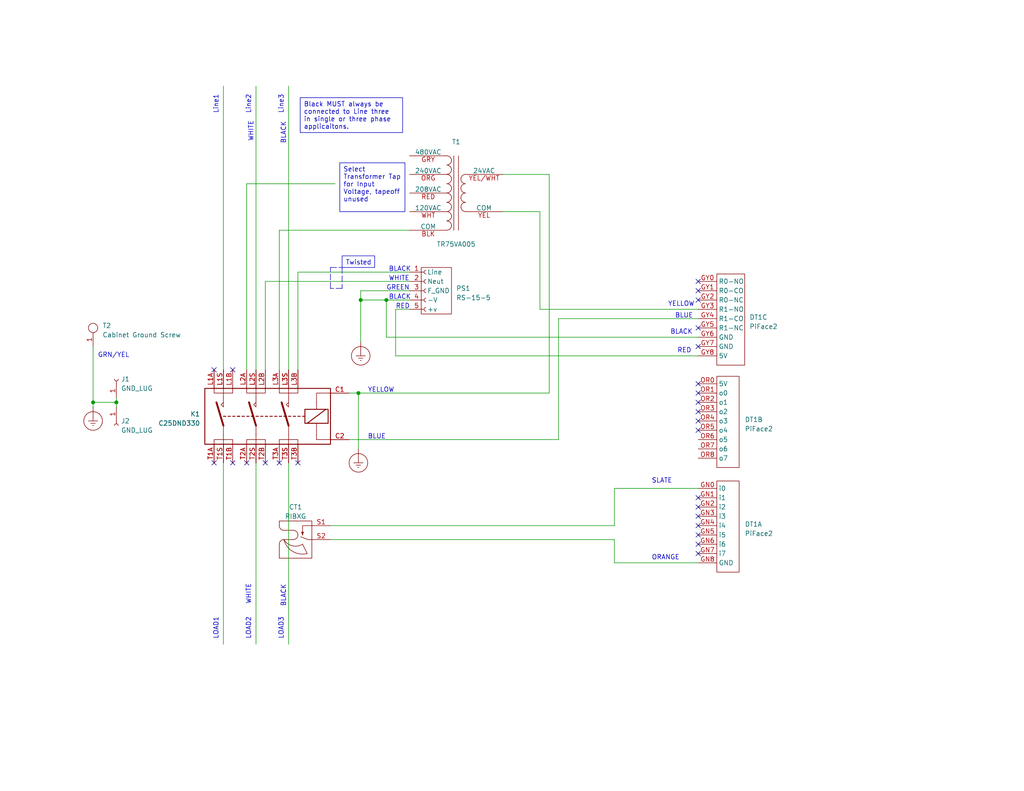
<source format=kicad_sch>
(kicad_sch (version 20230121) (generator eeschema)

  (uuid 7d631f0d-cbe6-4d6d-a8d3-2ee14f65e9f4)

  (paper "A")

  (title_block
    (title "RFID Interlock Legacy Variant B (2023)")
    (date "2023-07-25")
    (rev "0v1b")
    (company "Dallas Makerspace")
    (comment 1 "OZINDFW dms@ozindfw.net")
  )

  (lib_symbols
    (symbol "Connector:Conn_01x01_Socket" (pin_names (offset 1.016) hide) (in_bom yes) (on_board yes)
      (property "Reference" "J" (at 0 2.54 0)
        (effects (font (size 1.27 1.27)))
      )
      (property "Value" "Conn_01x01_Socket" (at 0 -2.54 0)
        (effects (font (size 1.27 1.27)))
      )
      (property "Footprint" "" (at 0 0 0)
        (effects (font (size 1.27 1.27)) hide)
      )
      (property "Datasheet" "~" (at 0 0 0)
        (effects (font (size 1.27 1.27)) hide)
      )
      (property "ki_locked" "" (at 0 0 0)
        (effects (font (size 1.27 1.27)))
      )
      (property "ki_keywords" "connector" (at 0 0 0)
        (effects (font (size 1.27 1.27)) hide)
      )
      (property "ki_description" "Generic connector, single row, 01x01, script generated" (at 0 0 0)
        (effects (font (size 1.27 1.27)) hide)
      )
      (property "ki_fp_filters" "Connector*:*_1x??_*" (at 0 0 0)
        (effects (font (size 1.27 1.27)) hide)
      )
      (symbol "Conn_01x01_Socket_1_1"
        (polyline
          (pts
            (xy -1.27 0)
            (xy -0.508 0)
          )
          (stroke (width 0.1524) (type default))
          (fill (type none))
        )
        (arc (start 0 0.508) (mid -0.5058 0) (end 0 -0.508)
          (stroke (width 0.1524) (type default))
          (fill (type none))
        )
        (pin passive line (at -5.08 0 0) (length 3.81)
          (name "Pin_1" (effects (font (size 1.27 1.27))))
          (number "1" (effects (font (size 1.27 1.27))))
        )
      )
    )
    (symbol "PiFace2_1" (in_bom yes) (on_board yes)
      (property "Reference" "DT" (at 1.27 16.51 0)
        (effects (font (size 1.27 1.27)))
      )
      (property "Value" "PiFace2" (at 3.81 13.97 0)
        (effects (font (size 1.27 1.27)))
      )
      (property "Footprint" "" (at 6.096 6.858 0)
        (effects (font (size 1.27 1.27)) hide)
      )
      (property "Datasheet" "" (at 6.096 6.858 0)
        (effects (font (size 1.27 1.27)) hide)
      )
      (property "ki_locked" "" (at 0 0 0)
        (effects (font (size 1.27 1.27)))
      )
      (symbol "PiFace2_1_1_1"
        (rectangle (start 0 12.192) (end 6.096 -12.7)
          (stroke (width 0) (type default))
          (fill (type none))
        )
        (pin input line (at -5.08 10.16 0) (length 5.08)
          (name "i0" (effects (font (size 1.27 1.27))))
          (number "GN0" (effects (font (size 1.27 1.27))))
        )
        (pin input line (at -5.08 7.62 0) (length 5.08)
          (name "i1" (effects (font (size 1.27 1.27))))
          (number "GN1" (effects (font (size 1.27 1.27))))
        )
        (pin input line (at -5.08 5.08 0) (length 5.08)
          (name "i2" (effects (font (size 1.27 1.27))))
          (number "GN2" (effects (font (size 1.27 1.27))))
        )
        (pin input line (at -5.08 2.54 0) (length 5.08)
          (name "i3" (effects (font (size 1.27 1.27))))
          (number "GN3" (effects (font (size 1.27 1.27))))
        )
        (pin input line (at -5.08 0 0) (length 5.08)
          (name "i4" (effects (font (size 1.27 1.27))))
          (number "GN4" (effects (font (size 1.27 1.27))))
        )
        (pin input line (at -5.08 -2.54 0) (length 5.08)
          (name "i5" (effects (font (size 1.27 1.27))))
          (number "GN5" (effects (font (size 1.27 1.27))))
        )
        (pin input line (at -5.08 -5.08 0) (length 5.08)
          (name "i6" (effects (font (size 1.27 1.27))))
          (number "GN6" (effects (font (size 1.27 1.27))))
        )
        (pin input line (at -5.08 -7.62 0) (length 5.08)
          (name "i7" (effects (font (size 1.27 1.27))))
          (number "GN7" (effects (font (size 1.27 1.27))))
        )
        (pin passive line (at -5.08 -10.16 0) (length 5.08)
          (name "GND" (effects (font (size 1.27 1.27))))
          (number "GN8" (effects (font (size 1.27 1.27))))
        )
      )
      (symbol "PiFace2_1_2_1"
        (rectangle (start 0 12.192) (end 6.096 -12.7)
          (stroke (width 0) (type default))
          (fill (type none))
        )
        (pin passive line (at -5.08 10.16 0) (length 5.08)
          (name "5V" (effects (font (size 1.27 1.27))))
          (number "OR0" (effects (font (size 1.27 1.27))))
        )
        (pin output line (at -5.08 7.62 0) (length 5.08)
          (name "o0" (effects (font (size 1.27 1.27))))
          (number "OR1" (effects (font (size 1.27 1.27))))
        )
        (pin output line (at -5.08 5.08 0) (length 5.08)
          (name "o1" (effects (font (size 1.27 1.27))))
          (number "OR2" (effects (font (size 1.27 1.27))))
        )
        (pin output line (at -5.08 2.54 0) (length 5.08)
          (name "o2" (effects (font (size 1.27 1.27))))
          (number "OR3" (effects (font (size 1.27 1.27))))
        )
        (pin output line (at -5.08 0 0) (length 5.08)
          (name "o3" (effects (font (size 1.27 1.27))))
          (number "OR4" (effects (font (size 1.27 1.27))))
        )
        (pin output line (at -5.08 -2.54 0) (length 5.08)
          (name "o4" (effects (font (size 1.27 1.27))))
          (number "OR5" (effects (font (size 1.27 1.27))))
        )
        (pin output line (at -5.08 -5.08 0) (length 5.08)
          (name "o5" (effects (font (size 1.27 1.27))))
          (number "OR6" (effects (font (size 1.27 1.27))))
        )
        (pin output line (at -5.08 -7.62 0) (length 5.08)
          (name "o6" (effects (font (size 1.27 1.27))))
          (number "OR7" (effects (font (size 1.27 1.27))))
        )
        (pin output line (at -5.08 -10.16 0) (length 5.08)
          (name "o7" (effects (font (size 1.27 1.27))))
          (number "OR8" (effects (font (size 1.27 1.27))))
        )
      )
      (symbol "PiFace2_1_3_1"
        (rectangle (start 0 12.192) (end 7.62 -12.7)
          (stroke (width 0) (type default))
          (fill (type none))
        )
        (pin passive line (at -5.08 10.16 0) (length 5.08)
          (name "R0-NO" (effects (font (size 1.27 1.27))))
          (number "GY0" (effects (font (size 1.27 1.27))))
        )
        (pin passive line (at -5.08 7.62 0) (length 5.08)
          (name "R0-CO" (effects (font (size 1.27 1.27))))
          (number "GY1" (effects (font (size 1.27 1.27))))
        )
        (pin passive line (at -5.08 5.08 0) (length 5.08)
          (name "R0-NC" (effects (font (size 1.27 1.27))))
          (number "GY2" (effects (font (size 1.27 1.27))))
        )
        (pin passive line (at -5.08 2.54 0) (length 5.08)
          (name "R1-NO" (effects (font (size 1.27 1.27))))
          (number "GY3" (effects (font (size 1.27 1.27))))
        )
        (pin passive line (at -5.08 0 0) (length 5.08)
          (name "R1-CO" (effects (font (size 1.27 1.27))))
          (number "GY4" (effects (font (size 1.27 1.27))))
        )
        (pin passive line (at -5.08 -2.54 0) (length 5.08)
          (name "R1-NC" (effects (font (size 1.27 1.27))))
          (number "GY5" (effects (font (size 1.27 1.27))))
        )
        (pin passive line (at -5.08 -5.08 0) (length 5.08)
          (name "GND" (effects (font (size 1.27 1.27))))
          (number "GY6" (effects (font (size 1.27 1.27))))
        )
        (pin passive line (at -5.08 -7.62 0) (length 5.08)
          (name "GND" (effects (font (size 1.27 1.27))))
          (number "GY7" (effects (font (size 1.27 1.27))))
        )
        (pin passive line (at -5.08 -10.16 0) (length 5.08)
          (name "5V" (effects (font (size 1.27 1.27))))
          (number "GY8" (effects (font (size 1.27 1.27))))
        )
      )
    )
    (symbol "oz:Eaton_Contactor" (in_bom yes) (on_board yes)
      (property "Reference" "K" (at 13.97 13.97 0)
        (effects (font (size 1.27 1.27)) (justify left))
      )
      (property "Value" "Eaton_Contactor" (at 13.97 11.43 0)
        (effects (font (size 1.27 1.27)) (justify left))
      )
      (property "Footprint" "" (at -5.08 -1.27 0)
        (effects (font (size 1.27 1.27)) (justify left) hide)
      )
      (property "Datasheet" "" (at 8.255 0 0)
        (effects (font (size 1.27 1.27)) hide)
      )
      (property "ki_keywords" "contactor three pole" (at 0 0 0)
        (effects (font (size 1.27 1.27)) hide)
      )
      (property "ki_description" "3PST Contactor" (at 0 0 0)
        (effects (font (size 1.27 1.27)) hide)
      )
      (property "ki_fp_filters" "Relay*SPST*StandexMeder*MS*Form1AB*" (at 0 0 0)
        (effects (font (size 1.27 1.27)) hide)
      )
      (symbol "Eaton_Contactor_0_0"
        (polyline
          (pts
            (xy -8.89 5.08)
            (xy -8.89 2.54)
            (xy -9.525 3.175)
            (xy -8.89 3.81)
          )
          (stroke (width 0) (type default))
          (fill (type none))
        )
        (polyline
          (pts
            (xy 0 5.08)
            (xy 0 2.54)
            (xy -0.635 3.175)
            (xy 0 3.81)
          )
          (stroke (width 0) (type default))
          (fill (type none))
        )
        (polyline
          (pts
            (xy 8.89 5.08)
            (xy 8.89 2.54)
            (xy 8.255 3.175)
            (xy 8.89 3.81)
          )
          (stroke (width 0) (type default))
          (fill (type none))
        )
      )
      (symbol "Eaton_Contactor_0_1"
        (rectangle (start -13.97 7.62) (end 20.32 -7.62)
          (stroke (width 0.254) (type default))
          (fill (type none))
        )
        (polyline
          (pts
            (xy -8.89 -5.08)
            (xy -8.89 -7.62)
          )
          (stroke (width 0) (type default))
          (fill (type none))
        )
        (polyline
          (pts
            (xy -8.89 -2.54)
            (xy -10.795 3.81)
          )
          (stroke (width 0.508) (type default))
          (fill (type none))
        )
        (polyline
          (pts
            (xy -8.89 -2.54)
            (xy -8.89 -5.08)
          )
          (stroke (width 0) (type default))
          (fill (type none))
        )
        (polyline
          (pts
            (xy -8.89 0)
            (xy -8.255 0)
          )
          (stroke (width 0.254) (type default))
          (fill (type none))
        )
        (polyline
          (pts
            (xy -8.89 7.62)
            (xy -8.89 5.08)
          )
          (stroke (width 0) (type default))
          (fill (type none))
        )
        (polyline
          (pts
            (xy -7.62 0)
            (xy -6.985 0)
          )
          (stroke (width 0.254) (type default))
          (fill (type none))
        )
        (polyline
          (pts
            (xy -6.35 0)
            (xy -5.715 0)
          )
          (stroke (width 0.254) (type default))
          (fill (type none))
        )
        (polyline
          (pts
            (xy -5.08 0)
            (xy -4.445 0)
          )
          (stroke (width 0.254) (type default))
          (fill (type none))
        )
        (polyline
          (pts
            (xy -5.08 0)
            (xy -4.445 0)
          )
          (stroke (width 0.254) (type default))
          (fill (type none))
        )
        (polyline
          (pts
            (xy -3.81 0)
            (xy -3.175 0)
          )
          (stroke (width 0.254) (type default))
          (fill (type none))
        )
        (polyline
          (pts
            (xy -2.54 0)
            (xy -1.905 0)
          )
          (stroke (width 0.254) (type default))
          (fill (type none))
        )
        (polyline
          (pts
            (xy -1.27 0)
            (xy -0.635 0)
          )
          (stroke (width 0.254) (type default))
          (fill (type none))
        )
        (polyline
          (pts
            (xy -1.27 0)
            (xy -0.635 0)
          )
          (stroke (width 0.254) (type default))
          (fill (type none))
        )
        (polyline
          (pts
            (xy 0 -5.08)
            (xy 0 -7.62)
          )
          (stroke (width 0) (type default))
          (fill (type none))
        )
        (polyline
          (pts
            (xy 0 -2.54)
            (xy -1.905 3.81)
          )
          (stroke (width 0.508) (type default))
          (fill (type none))
        )
        (polyline
          (pts
            (xy 0 -2.54)
            (xy 0 -5.08)
          )
          (stroke (width 0) (type default))
          (fill (type none))
        )
        (polyline
          (pts
            (xy 0 0)
            (xy 0.635 0)
          )
          (stroke (width 0.254) (type default))
          (fill (type none))
        )
        (polyline
          (pts
            (xy 0 7.62)
            (xy 0 5.08)
          )
          (stroke (width 0) (type default))
          (fill (type none))
        )
        (polyline
          (pts
            (xy 1.27 0)
            (xy 1.905 0)
          )
          (stroke (width 0.254) (type default))
          (fill (type none))
        )
        (polyline
          (pts
            (xy 2.54 0)
            (xy 3.175 0)
          )
          (stroke (width 0.254) (type default))
          (fill (type none))
        )
        (polyline
          (pts
            (xy 3.81 0)
            (xy 4.445 0)
          )
          (stroke (width 0.254) (type default))
          (fill (type none))
        )
        (polyline
          (pts
            (xy 5.08 0)
            (xy 5.715 0)
          )
          (stroke (width 0.254) (type default))
          (fill (type none))
        )
        (polyline
          (pts
            (xy 6.35 0)
            (xy 6.985 0)
          )
          (stroke (width 0.254) (type default))
          (fill (type none))
        )
        (polyline
          (pts
            (xy 7.62 0)
            (xy 8.255 0)
          )
          (stroke (width 0.254) (type default))
          (fill (type none))
        )
        (polyline
          (pts
            (xy 7.62 0)
            (xy 8.255 0)
          )
          (stroke (width 0.254) (type default))
          (fill (type none))
        )
        (polyline
          (pts
            (xy 8.89 -5.08)
            (xy 8.89 -7.62)
          )
          (stroke (width 0) (type default))
          (fill (type none))
        )
        (polyline
          (pts
            (xy 8.89 -2.54)
            (xy 6.985 3.81)
          )
          (stroke (width 0.508) (type default))
          (fill (type none))
        )
        (polyline
          (pts
            (xy 8.89 -2.54)
            (xy 8.89 -5.08)
          )
          (stroke (width 0) (type default))
          (fill (type none))
        )
        (polyline
          (pts
            (xy 8.89 0)
            (xy 9.525 0)
          )
          (stroke (width 0.254) (type default))
          (fill (type none))
        )
        (polyline
          (pts
            (xy 8.89 7.62)
            (xy 8.89 5.08)
          )
          (stroke (width 0) (type default))
          (fill (type none))
        )
        (polyline
          (pts
            (xy 10.16 0)
            (xy 10.795 0)
          )
          (stroke (width 0.254) (type default))
          (fill (type none))
        )
        (polyline
          (pts
            (xy 11.43 0)
            (xy 12.065 0)
          )
          (stroke (width 0.254) (type default))
          (fill (type none))
        )
        (polyline
          (pts
            (xy 12.7 0)
            (xy 13.335 0)
          )
          (stroke (width 0.254) (type default))
          (fill (type none))
        )
        (polyline
          (pts
            (xy 13.97 -1.905)
            (xy 19.05 1.905)
          )
          (stroke (width 0.254) (type default))
          (fill (type none))
        )
        (polyline
          (pts
            (xy 16.51 -6.35)
            (xy 20.32 -6.35)
          )
          (stroke (width 0) (type default))
          (fill (type none))
        )
        (polyline
          (pts
            (xy 16.51 -5.08)
            (xy 16.51 -6.35)
          )
          (stroke (width 0) (type default))
          (fill (type none))
        )
        (polyline
          (pts
            (xy 16.51 -5.08)
            (xy 16.51 -1.905)
          )
          (stroke (width 0) (type default))
          (fill (type none))
        )
        (polyline
          (pts
            (xy 16.51 3.81)
            (xy 16.51 1.905)
          )
          (stroke (width 0) (type default))
          (fill (type none))
        )
        (polyline
          (pts
            (xy 20.32 6.35)
            (xy 16.51 6.35)
            (xy 16.51 3.81)
          )
          (stroke (width 0) (type default))
          (fill (type none))
        )
        (polyline
          (pts
            (xy -11.43 -7.62)
            (xy -11.43 -6.35)
            (xy -6.35 -6.35)
            (xy -6.35 -7.62)
          )
          (stroke (width 0) (type default))
          (fill (type none))
        )
        (polyline
          (pts
            (xy -11.43 7.62)
            (xy -11.43 6.35)
            (xy -6.35 6.35)
            (xy -6.35 7.62)
          )
          (stroke (width 0) (type default))
          (fill (type none))
        )
        (polyline
          (pts
            (xy -2.54 -7.62)
            (xy -2.54 -6.35)
            (xy 2.54 -6.35)
            (xy 2.54 -7.62)
          )
          (stroke (width 0) (type default))
          (fill (type none))
        )
        (polyline
          (pts
            (xy -2.54 7.62)
            (xy -2.54 6.35)
            (xy 2.54 6.35)
            (xy 2.54 7.62)
          )
          (stroke (width 0) (type default))
          (fill (type none))
        )
        (polyline
          (pts
            (xy 6.35 -7.62)
            (xy 6.35 -6.35)
            (xy 11.43 -6.35)
            (xy 11.43 -7.62)
          )
          (stroke (width 0) (type default))
          (fill (type none))
        )
        (polyline
          (pts
            (xy 6.35 7.62)
            (xy 6.35 6.35)
            (xy 11.43 6.35)
            (xy 11.43 7.62)
          )
          (stroke (width 0) (type default))
          (fill (type none))
        )
        (rectangle (start 13.335 1.905) (end 19.685 -1.905)
          (stroke (width 0.254) (type default))
          (fill (type none))
        )
      )
      (symbol "Eaton_Contactor_1_1"
        (pin passive line (at 25.4 6.35 180) (length 5.08)
          (name "~" (effects (font (size 1.27 1.27))))
          (number "C1" (effects (font (size 1.27 1.27))))
        )
        (pin passive line (at 25.4 -6.35 180) (length 5.08)
          (name "~" (effects (font (size 1.27 1.27))))
          (number "C2" (effects (font (size 1.27 1.27))))
        )
        (pin passive line (at -11.43 12.7 270) (length 5.08)
          (name "~" (effects (font (size 1.27 1.27))))
          (number "L1A" (effects (font (size 1.27 1.27))))
        )
        (pin passive line (at -6.35 12.7 270) (length 5.08)
          (name "~" (effects (font (size 1.27 1.27))))
          (number "L1B" (effects (font (size 1.27 1.27))))
        )
        (pin passive line (at -8.89 12.7 270) (length 5.08)
          (name "" (effects (font (size 1.27 1.27))))
          (number "L1S" (effects (font (size 1.27 1.27))))
        )
        (pin passive line (at -2.54 12.7 270) (length 5.08)
          (name "~" (effects (font (size 1.27 1.27))))
          (number "L2A" (effects (font (size 1.27 1.27))))
        )
        (pin passive line (at 2.54 12.7 270) (length 5.08)
          (name "~" (effects (font (size 1.27 1.27))))
          (number "L2B" (effects (font (size 1.27 1.27))))
        )
        (pin passive line (at 0 12.7 270) (length 5.08)
          (name "" (effects (font (size 1.27 1.27))))
          (number "L2S" (effects (font (size 1.27 1.27))))
        )
        (pin passive line (at 6.35 12.7 270) (length 5.08)
          (name "~" (effects (font (size 1.27 1.27))))
          (number "L3A" (effects (font (size 1.27 1.27))))
        )
        (pin passive line (at 11.43 12.7 270) (length 5.08)
          (name "~" (effects (font (size 1.27 1.27))))
          (number "L3B" (effects (font (size 1.27 1.27))))
        )
        (pin passive line (at 8.89 12.7 270) (length 5.08)
          (name "" (effects (font (size 1.27 1.27))))
          (number "L3S" (effects (font (size 1.27 1.27))))
        )
        (pin passive line (at -11.43 -12.7 90) (length 5.08)
          (name "~" (effects (font (size 1.27 1.27))))
          (number "T1A" (effects (font (size 1.27 1.27))))
        )
        (pin passive line (at -6.35 -12.7 90) (length 5.08)
          (name "~" (effects (font (size 1.27 1.27))))
          (number "T1B" (effects (font (size 1.27 1.27))))
        )
        (pin passive line (at -8.89 -12.7 90) (length 5.08)
          (name "" (effects (font (size 1.27 1.27))))
          (number "T1S" (effects (font (size 1.27 1.27))))
        )
        (pin passive line (at -2.54 -12.7 90) (length 5.08)
          (name "~" (effects (font (size 1.27 1.27))))
          (number "T2A" (effects (font (size 1.27 1.27))))
        )
        (pin passive line (at 2.54 -12.7 90) (length 5.08)
          (name "~" (effects (font (size 1.27 1.27))))
          (number "T2B" (effects (font (size 1.27 1.27))))
        )
        (pin passive line (at 0 -12.7 90) (length 5.08)
          (name "" (effects (font (size 1.27 1.27))))
          (number "T2S" (effects (font (size 1.27 1.27))))
        )
        (pin passive line (at 6.35 -12.7 90) (length 5.08)
          (name "~" (effects (font (size 1.27 1.27))))
          (number "T3A" (effects (font (size 1.27 1.27))))
        )
        (pin passive line (at 11.43 -12.7 90) (length 5.08)
          (name "~" (effects (font (size 1.27 1.27))))
          (number "T3B" (effects (font (size 1.27 1.27))))
        )
        (pin passive line (at 8.89 -12.7 90) (length 5.08)
          (name "" (effects (font (size 1.27 1.27))))
          (number "T3S" (effects (font (size 1.27 1.27))))
        )
      )
    )
    (symbol "oz:PiFace2" (in_bom yes) (on_board yes)
      (property "Reference" "DT" (at 1.27 16.51 0)
        (effects (font (size 1.27 1.27)))
      )
      (property "Value" "PiFace2" (at 3.81 13.97 0)
        (effects (font (size 1.27 1.27)))
      )
      (property "Footprint" "" (at 6.096 6.858 0)
        (effects (font (size 1.27 1.27)) hide)
      )
      (property "Datasheet" "" (at 6.096 6.858 0)
        (effects (font (size 1.27 1.27)) hide)
      )
      (property "ki_locked" "" (at 0 0 0)
        (effects (font (size 1.27 1.27)))
      )
      (symbol "PiFace2_1_1"
        (rectangle (start 0 12.192) (end 6.096 -12.7)
          (stroke (width 0) (type default))
          (fill (type none))
        )
        (pin passive line (at -5.08 9.906 0) (length 5.08)
          (name "i0" (effects (font (size 1.27 1.27))))
          (number "GN0" (effects (font (size 1.27 1.27))))
        )
        (pin input line (at -5.08 7.62 0) (length 5.08)
          (name "i1" (effects (font (size 1.27 1.27))))
          (number "GN1" (effects (font (size 1.27 1.27))))
        )
        (pin input line (at -5.08 5.08 0) (length 5.08)
          (name "i2" (effects (font (size 1.27 1.27))))
          (number "GN2" (effects (font (size 1.27 1.27))))
        )
        (pin input line (at -5.08 2.54 0) (length 5.08)
          (name "i3" (effects (font (size 1.27 1.27))))
          (number "GN3" (effects (font (size 1.27 1.27))))
        )
        (pin input line (at -5.08 0 0) (length 5.08)
          (name "i4" (effects (font (size 1.27 1.27))))
          (number "GN4" (effects (font (size 1.27 1.27))))
        )
        (pin input line (at -5.08 -2.54 0) (length 5.08)
          (name "i5" (effects (font (size 1.27 1.27))))
          (number "GN5" (effects (font (size 1.27 1.27))))
        )
        (pin input line (at -5.08 -5.08 0) (length 5.08)
          (name "i6" (effects (font (size 1.27 1.27))))
          (number "GN6" (effects (font (size 1.27 1.27))))
        )
        (pin input line (at -5.08 -7.62 0) (length 5.08)
          (name "i7" (effects (font (size 1.27 1.27))))
          (number "GN7" (effects (font (size 1.27 1.27))))
        )
        (pin passive line (at -5.08 -10.16 0) (length 5.08)
          (name "GND" (effects (font (size 1.27 1.27))))
          (number "GN8" (effects (font (size 1.27 1.27))))
        )
      )
      (symbol "PiFace2_2_1"
        (rectangle (start 0 12.192) (end 6.096 -12.7)
          (stroke (width 0) (type default))
          (fill (type none))
        )
        (pin passive line (at -5.08 10.16 0) (length 5.08)
          (name "5V" (effects (font (size 1.27 1.27))))
          (number "OR0" (effects (font (size 1.27 1.27))))
        )
        (pin output line (at -5.08 7.62 0) (length 5.08)
          (name "o0" (effects (font (size 1.27 1.27))))
          (number "OR1" (effects (font (size 1.27 1.27))))
        )
        (pin output line (at -5.08 5.08 0) (length 5.08)
          (name "o1" (effects (font (size 1.27 1.27))))
          (number "OR2" (effects (font (size 1.27 1.27))))
        )
        (pin output line (at -5.08 2.54 0) (length 5.08)
          (name "o2" (effects (font (size 1.27 1.27))))
          (number "OR3" (effects (font (size 1.27 1.27))))
        )
        (pin output line (at -5.08 0 0) (length 5.08)
          (name "o3" (effects (font (size 1.27 1.27))))
          (number "OR4" (effects (font (size 1.27 1.27))))
        )
        (pin output line (at -5.08 -2.54 0) (length 5.08)
          (name "o4" (effects (font (size 1.27 1.27))))
          (number "OR5" (effects (font (size 1.27 1.27))))
        )
        (pin output line (at -5.08 -5.08 0) (length 5.08)
          (name "o5" (effects (font (size 1.27 1.27))))
          (number "OR6" (effects (font (size 1.27 1.27))))
        )
        (pin output line (at -5.08 -7.62 0) (length 5.08)
          (name "o6" (effects (font (size 1.27 1.27))))
          (number "OR7" (effects (font (size 1.27 1.27))))
        )
        (pin output line (at -5.08 -10.16 0) (length 5.08)
          (name "o7" (effects (font (size 1.27 1.27))))
          (number "OR8" (effects (font (size 1.27 1.27))))
        )
      )
      (symbol "PiFace2_3_1"
        (rectangle (start 0 12.192) (end 7.62 -12.7)
          (stroke (width 0) (type default))
          (fill (type none))
        )
        (pin passive line (at -5.08 10.16 0) (length 5.08)
          (name "R0-NO" (effects (font (size 1.27 1.27))))
          (number "GY0" (effects (font (size 1.27 1.27))))
        )
        (pin passive line (at -5.08 7.62 0) (length 5.08)
          (name "R0-CO" (effects (font (size 1.27 1.27))))
          (number "GY1" (effects (font (size 1.27 1.27))))
        )
        (pin passive line (at -5.08 5.08 0) (length 5.08)
          (name "R0-NC" (effects (font (size 1.27 1.27))))
          (number "GY2" (effects (font (size 1.27 1.27))))
        )
        (pin passive line (at -5.08 2.54 0) (length 5.08)
          (name "R1-NO" (effects (font (size 1.27 1.27))))
          (number "GY3" (effects (font (size 1.27 1.27))))
        )
        (pin passive line (at -5.08 0 0) (length 5.08)
          (name "R1-CO" (effects (font (size 1.27 1.27))))
          (number "GY4" (effects (font (size 1.27 1.27))))
        )
        (pin passive line (at -5.08 -2.54 0) (length 5.08)
          (name "R1-NC" (effects (font (size 1.27 1.27))))
          (number "GY5" (effects (font (size 1.27 1.27))))
        )
        (pin passive line (at -5.08 -5.08 0) (length 5.08)
          (name "GND" (effects (font (size 1.27 1.27))))
          (number "GY6" (effects (font (size 1.27 1.27))))
        )
        (pin passive line (at -5.08 -7.62 0) (length 5.08)
          (name "GND" (effects (font (size 1.27 1.27))))
          (number "GY7" (effects (font (size 1.27 1.27))))
        )
        (pin passive line (at -5.08 -10.16 0) (length 5.08)
          (name "5V" (effects (font (size 1.27 1.27))))
          (number "GY8" (effects (font (size 1.27 1.27))))
        )
      )
    )
    (symbol "oz:RIBXG" (in_bom yes) (on_board yes)
      (property "Reference" "CT" (at -3.302 6.35 0)
        (effects (font (size 1.27 1.27)))
      )
      (property "Value" "RIBXG" (at -2.032 -6.35 0)
        (effects (font (size 1.27 1.27)))
      )
      (property "Footprint" "" (at 1.778 5.08 0)
        (effects (font (size 1.27 1.27)) hide)
      )
      (property "Datasheet" "" (at 1.778 5.08 0)
        (effects (font (size 1.27 1.27)) hide)
      )
      (property "ki_keywords" "Current Sense Switch" (at 0 0 0)
        (effects (font (size 1.27 1.27)) hide)
      )
      (property "ki_description" "Current Sense Switch" (at 0 0 0)
        (effects (font (size 1.27 1.27)) hide)
      )
      (symbol "RIBXG_0_1"
        (arc (start -4.572 3.81) (mid -4.2 2.912) (end -3.302 2.54)
          (stroke (width 0) (type default))
          (fill (type none))
        )
        (arc (start -3.302 0) (mid -4.2 -0.372) (end -4.572 -1.27)
          (stroke (width 0) (type default))
          (fill (type none))
        )
        (arc (start -3.302 0) (mid -1.025 -1.6871) (end 1.778 -1.27)
          (stroke (width 0) (type default))
          (fill (type none))
        )
        (arc (start -3.302 0) (mid -0.9161 -3.2202) (end 3.048 -3.81)
          (stroke (width 0) (type default))
          (fill (type none))
        )
        (arc (start -0.762 0) (mid 0.136 0.372) (end 0.508 1.27)
          (stroke (width 0) (type default))
          (fill (type none))
        )
        (polyline
          (pts
            (xy -0.762 0)
            (xy -3.302 0)
          )
          (stroke (width 0) (type default))
          (fill (type none))
        )
        (polyline
          (pts
            (xy -0.762 2.54)
            (xy -3.302 2.54)
          )
          (stroke (width 0) (type default))
          (fill (type none))
        )
        (polyline
          (pts
            (xy 1.778 -1.27)
            (xy 3.048 -3.81)
          )
          (stroke (width 0) (type default))
          (fill (type none))
        )
        (polyline
          (pts
            (xy 2.032 2.032)
            (xy 1.778 1.778)
            (xy 1.524 2.032)
          )
          (stroke (width 0) (type default))
          (fill (type none))
        )
        (polyline
          (pts
            (xy 4.318 0)
            (xy 3.302 0)
            (xy 1.27 0.762)
          )
          (stroke (width 0) (type default))
          (fill (type none))
        )
        (polyline
          (pts
            (xy 4.318 3.81)
            (xy 1.778 3.81)
            (xy 1.778 1.27)
          )
          (stroke (width 0) (type default))
          (fill (type none))
        )
        (polyline
          (pts
            (xy 1.778 1.27)
            (xy 1.524 2.032)
            (xy 2.032 2.032)
            (xy 1.778 1.27)
          )
          (stroke (width 0) (type default))
          (fill (type none))
        )
        (polyline
          (pts
            (xy -4.572 -1.27)
            (xy -4.572 -5.08)
            (xy 4.318 -5.08)
            (xy 4.318 5.08)
            (xy -4.572 5.08)
            (xy -4.572 3.81)
          )
          (stroke (width 0) (type default))
          (fill (type none))
        )
        (arc (start 0.508 1.27) (mid 0.136 2.168) (end -0.762 2.54)
          (stroke (width 0) (type default))
          (fill (type none))
        )
      )
      (symbol "RIBXG_1_1"
        (pin passive line (at 9.398 3.81 180) (length 5.08)
          (name "" (effects (font (size 1.27 1.27))))
          (number "S1" (effects (font (size 1.27 1.27))))
        )
        (pin passive line (at 9.398 0 180) (length 5.08)
          (name "" (effects (font (size 1.27 1.27))))
          (number "S2" (effects (font (size 1.27 1.27))))
        )
      )
    )
    (symbol "oz:RS-15-5" (pin_names (offset 1.016)) (in_bom yes) (on_board yes)
      (property "Reference" "PS" (at 0 7.62 0)
        (effects (font (size 1.27 1.27)))
      )
      (property "Value" "RS-15-5" (at 0 -7.62 0)
        (effects (font (size 1.27 1.27)))
      )
      (property "Footprint" "" (at 0 0 0)
        (effects (font (size 1.27 1.27)) hide)
      )
      (property "Datasheet" "" (at 2.54 1.27 0)
        (effects (font (size 1.27 1.27)) hide)
      )
      (property "ki_keywords" "connector" (at 0 0 0)
        (effects (font (size 1.27 1.27)) hide)
      )
      (property "ki_description" "Generic connector, single row, 01x05, script generated" (at 0 0 0)
        (effects (font (size 1.27 1.27)) hide)
      )
      (property "ki_fp_filters" "Connector*:*_1x??_*" (at 0 0 0)
        (effects (font (size 1.27 1.27)) hide)
      )
      (symbol "RS-15-5_0_1"
        (rectangle (start -1.905 6.35) (end 6.35 -6.35)
          (stroke (width 0) (type default))
          (fill (type none))
        )
      )
      (symbol "RS-15-5_1_1"
        (arc (start -0.6372 -4.572) (mid -1.143 -5.08) (end -0.6372 -5.588)
          (stroke (width 0.1524) (type default))
          (fill (type none))
        )
        (arc (start -0.6372 -2.032) (mid -1.143 -2.54) (end -0.6372 -3.048)
          (stroke (width 0.1524) (type default))
          (fill (type none))
        )
        (arc (start -0.6372 0.508) (mid -1.143 0) (end -0.6372 -0.508)
          (stroke (width 0.1524) (type default))
          (fill (type none))
        )
        (arc (start -0.6372 3.048) (mid -1.143 2.54) (end -0.6372 2.032)
          (stroke (width 0.1524) (type default))
          (fill (type none))
        )
        (arc (start -0.6372 5.588) (mid -1.143 5.08) (end -0.6372 4.572)
          (stroke (width 0.1524) (type default))
          (fill (type none))
        )
        (pin power_in line (at -5.08 5.08 0) (length 3.81)
          (name "Line" (effects (font (size 1.27 1.27))))
          (number "1" (effects (font (size 1.27 1.27))))
        )
        (pin power_in line (at -5.08 2.54 0) (length 3.81)
          (name "Neut" (effects (font (size 1.27 1.27))))
          (number "2" (effects (font (size 1.27 1.27))))
        )
        (pin passive line (at -5.08 0 0) (length 3.81)
          (name "F_GND" (effects (font (size 1.27 1.27))))
          (number "3" (effects (font (size 1.27 1.27))))
        )
        (pin power_out line (at -5.08 -2.54 0) (length 3.81)
          (name "-V" (effects (font (size 1.27 1.27))))
          (number "4" (effects (font (size 1.27 1.27))))
        )
        (pin power_out line (at -5.08 -5.08 0) (length 3.81)
          (name "+v" (effects (font (size 1.27 1.27))))
          (number "5" (effects (font (size 1.27 1.27))))
        )
      )
    )
    (symbol "oz:Ring_Term" (pin_names (offset 1.016) hide) (in_bom yes) (on_board yes)
      (property "Reference" "T" (at 0 2.54 0)
        (effects (font (size 1.27 1.27)))
      )
      (property "Value" "Ring_Terminal" (at 0 -2.54 0)
        (effects (font (size 1.27 1.27)))
      )
      (property "Footprint" "" (at 0 0 0)
        (effects (font (size 1.27 1.27)) hide)
      )
      (property "Datasheet" "~" (at 0 0 0)
        (effects (font (size 1.27 1.27)) hide)
      )
      (property "ki_locked" "" (at 0 0 0)
        (effects (font (size 1.27 1.27)))
      )
      (property "ki_keywords" "connector" (at 0 0 0)
        (effects (font (size 1.27 1.27)) hide)
      )
      (property "ki_description" "Generic connector, single row, 01x01, script generated" (at 0 0 0)
        (effects (font (size 1.27 1.27)) hide)
      )
      (property "ki_fp_filters" "Connector*:*_1x??_*" (at 0 0 0)
        (effects (font (size 1.27 1.27)) hide)
      )
      (symbol "Ring_Term_1_1"
        (circle (center 0 0) (radius 1.27)
          (stroke (width 0) (type default))
          (fill (type none))
        )
        (pin passive line (at -5.08 0 0) (length 3.81)
          (name "Pin_1" (effects (font (size 1.27 1.27))))
          (number "1" (effects (font (size 1.27 1.27))))
        )
      )
    )
    (symbol "oz:Transformer_Tap_Pri" (pin_names (offset 0)) (in_bom yes) (on_board yes)
      (property "Reference" "T" (at 0 13.97 0)
        (effects (font (size 1.27 1.27)))
      )
      (property "Value" "Transformer_Tap_Pri" (at 0 -13.97 0)
        (effects (font (size 1.27 1.27)))
      )
      (property "Footprint" "" (at 0 0 0)
        (effects (font (size 1.27 1.27)) hide)
      )
      (property "Datasheet" "" (at 0 0 0)
        (effects (font (size 1.27 1.27)) hide)
      )
      (property "ki_keywords" "transformer coil magnet" (at 0 0 0)
        (effects (font (size 1.27 1.27)) hide)
      )
      (property "ki_description" "Transformer, single primary, single secondary, SO-8 package" (at 0 0 0)
        (effects (font (size 1.27 1.27)) hide)
      )
      (symbol "Transformer_Tap_Pri_0_1"
        (arc (start -2.54 -10.1346) (mid -1.6561 -9.7663) (end -1.27 -8.89)
          (stroke (width 0) (type default))
          (fill (type none))
        )
        (arc (start -2.54 -7.5946) (mid -1.6561 -7.2263) (end -1.27 -6.35)
          (stroke (width 0) (type default))
          (fill (type none))
        )
        (arc (start -2.54 -5.0546) (mid -1.6599 -4.6901) (end -1.27 -3.81)
          (stroke (width 0) (type default))
          (fill (type none))
        )
        (arc (start -2.54 -2.5146) (mid -1.6599 -2.1501) (end -1.27 -1.27)
          (stroke (width 0) (type default))
          (fill (type none))
        )
        (arc (start -2.54 0.0254) (mid -1.6599 0.3899) (end -1.27 1.27)
          (stroke (width 0) (type default))
          (fill (type none))
        )
        (arc (start -2.54 2.5654) (mid -1.6599 2.9299) (end -1.27 3.81)
          (stroke (width 0) (type default))
          (fill (type none))
        )
        (arc (start -2.54 5.1054) (mid -1.6561 5.4737) (end -1.27 6.35)
          (stroke (width 0) (type default))
          (fill (type none))
        )
        (arc (start -2.54 7.6454) (mid -1.6561 8.0137) (end -1.27 8.89)
          (stroke (width 0) (type default))
          (fill (type none))
        )
        (arc (start -1.27 -8.89) (mid -1.642 -7.992) (end -2.54 -7.62)
          (stroke (width 0) (type default))
          (fill (type none))
        )
        (arc (start -1.27 -6.35) (mid -1.642 -5.452) (end -2.54 -5.08)
          (stroke (width 0) (type default))
          (fill (type none))
        )
        (arc (start -1.27 -3.81) (mid -1.642 -2.912) (end -2.54 -2.54)
          (stroke (width 0) (type default))
          (fill (type none))
        )
        (arc (start -1.27 -1.27) (mid -1.642 -0.372) (end -2.54 0)
          (stroke (width 0) (type default))
          (fill (type none))
        )
        (arc (start -1.27 1.27) (mid -1.642 2.168) (end -2.54 2.54)
          (stroke (width 0) (type default))
          (fill (type none))
        )
        (arc (start -1.27 3.81) (mid -1.642 4.708) (end -2.54 5.08)
          (stroke (width 0) (type default))
          (fill (type none))
        )
        (arc (start -1.27 6.35) (mid -1.642 7.248) (end -2.54 7.62)
          (stroke (width 0) (type default))
          (fill (type none))
        )
        (arc (start -1.27 8.89) (mid -1.642 9.788) (end -2.54 10.16)
          (stroke (width 0) (type default))
          (fill (type none))
        )
        (polyline
          (pts
            (xy -0.635 10.16)
            (xy -0.635 -10.16)
          )
          (stroke (width 0) (type default))
          (fill (type none))
        )
        (polyline
          (pts
            (xy 0.635 10.16)
            (xy 0.635 -10.16)
          )
          (stroke (width 0) (type default))
          (fill (type none))
        )
        (arc (start 1.2954 -1.27) (mid 1.6599 -2.1501) (end 2.54 -2.5146)
          (stroke (width 0) (type default))
          (fill (type none))
        )
        (arc (start 1.2954 1.27) (mid 1.6599 0.3899) (end 2.54 0.0254)
          (stroke (width 0) (type default))
          (fill (type none))
        )
        (arc (start 1.2954 3.81) (mid 1.6599 2.9299) (end 2.54 2.5654)
          (stroke (width 0) (type default))
          (fill (type none))
        )
        (arc (start 1.3208 -3.81) (mid 1.6853 -4.6901) (end 2.5654 -5.0546)
          (stroke (width 0) (type default))
          (fill (type none))
        )
        (arc (start 2.54 0) (mid 1.642 -0.372) (end 1.2954 -1.27)
          (stroke (width 0) (type default))
          (fill (type none))
        )
        (arc (start 2.54 2.54) (mid 1.642 2.168) (end 1.2954 1.27)
          (stroke (width 0) (type default))
          (fill (type none))
        )
        (arc (start 2.54 5.08) (mid 1.642 4.708) (end 1.2954 3.81)
          (stroke (width 0) (type default))
          (fill (type none))
        )
        (arc (start 2.5654 -2.54) (mid 1.6674 -2.912) (end 1.3208 -3.81)
          (stroke (width 0) (type default))
          (fill (type none))
        )
      )
      (symbol "Transformer_Tap_Pri_1_1"
        (pin passive line (at -12.7 -10.16 0) (length 10.16)
          (name "COM" (effects (font (size 1.27 1.27))))
          (number "BLK" (effects (font (size 1.27 1.27))))
        )
        (pin passive line (at -12.7 10.16 0) (length 10.16)
          (name "480VAC" (effects (font (size 1.27 1.27))))
          (number "GRY" (effects (font (size 1.27 1.27))))
        )
        (pin passive line (at -12.7 5.08 0) (length 10.16)
          (name "240VAC" (effects (font (size 1.27 1.27))))
          (number "ORG" (effects (font (size 1.27 1.27))))
        )
        (pin passive line (at -12.7 0 0) (length 10.16)
          (name "208VAC" (effects (font (size 1.27 1.27))))
          (number "RED" (effects (font (size 1.27 1.27))))
        )
        (pin passive line (at -12.7 -5.08 0) (length 10.16)
          (name "120VAC" (effects (font (size 1.27 1.27))))
          (number "WHT" (effects (font (size 1.27 1.27))))
        )
        (pin passive line (at 12.7 -5.08 180) (length 10.16)
          (name "COM" (effects (font (size 1.27 1.27))))
          (number "YEL" (effects (font (size 1.27 1.27))))
        )
        (pin passive line (at 12.7 5.08 180) (length 10.16)
          (name "24VAC" (effects (font (size 1.27 1.27))))
          (number "YEL/WHT" (effects (font (size 1.27 1.27))))
        )
      )
    )
    (symbol "power:Earth_Protective" (power) (pin_names (offset 0)) (in_bom yes) (on_board yes)
      (property "Reference" "#PWR" (at 6.35 -6.35 0)
        (effects (font (size 1.27 1.27)) hide)
      )
      (property "Value" "Earth_Protective" (at 11.43 -3.81 0)
        (effects (font (size 1.27 1.27)) hide)
      )
      (property "Footprint" "" (at 0 -2.54 0)
        (effects (font (size 1.27 1.27)) hide)
      )
      (property "Datasheet" "~" (at 0 -2.54 0)
        (effects (font (size 1.27 1.27)) hide)
      )
      (property "ki_keywords" "global ground gnd clean" (at 0 0 0)
        (effects (font (size 1.27 1.27)) hide)
      )
      (property "ki_description" "Power symbol creates a global label with name \"Earth_Protective\"" (at 0 0 0)
        (effects (font (size 1.27 1.27)) hide)
      )
      (symbol "Earth_Protective_0_1"
        (circle (center 0 -3.81) (radius 2.54)
          (stroke (width 0) (type default))
          (fill (type none))
        )
        (polyline
          (pts
            (xy -0.635 -4.445)
            (xy 0.635 -4.445)
          )
          (stroke (width 0) (type default))
          (fill (type none))
        )
        (polyline
          (pts
            (xy -0.127 -5.08)
            (xy 0.127 -5.08)
          )
          (stroke (width 0) (type default))
          (fill (type none))
        )
        (polyline
          (pts
            (xy 0 -3.81)
            (xy 0 0)
          )
          (stroke (width 0) (type default))
          (fill (type none))
        )
        (polyline
          (pts
            (xy 1.27 -3.81)
            (xy -1.27 -3.81)
          )
          (stroke (width 0) (type default))
          (fill (type none))
        )
      )
      (symbol "Earth_Protective_1_1"
        (pin power_in line (at 0 0 270) (length 0) hide
          (name "Earth_Protective" (effects (font (size 1.27 1.27))))
          (number "1" (effects (font (size 1.27 1.27))))
        )
      )
    )
  )

  (junction (at 25.4 109.855) (diameter 0) (color 0 0 0 0)
    (uuid 1b90543b-c276-4f4e-b14f-4b0224c02af0)
  )
  (junction (at 105.41 81.915) (diameter 0) (color 0 0 0 0)
    (uuid 4624c6a6-b645-4ef7-a980-934b8d94a7f3)
  )
  (junction (at 98.425 81.915) (diameter 0) (color 0 0 0 0)
    (uuid 5078d5f6-02de-48cb-9166-afbd1d209f51)
  )
  (junction (at 97.79 107.315) (diameter 0) (color 0 0 0 0)
    (uuid a699d9d6-2fba-4173-97c5-b12b34ea8a22)
  )
  (junction (at 31.75 109.855) (diameter 0) (color 0 0 0 0)
    (uuid bd6186d9-ef37-4e76-b7ae-ed5b8e32168c)
  )

  (no_connect (at 190.5 138.43) (uuid 2c7dcae8-00fb-4a89-a1da-7b8692cf4491))
  (no_connect (at 190.5 146.05) (uuid 3476fc09-3290-4f93-9e7b-ba664ba3ed39))
  (no_connect (at 63.5 126.365) (uuid 3cd37032-ede7-4cae-a9de-5fad0ec9a123))
  (no_connect (at 76.2 126.365) (uuid 49a22e74-be55-47dc-bf08-34f77cb39422))
  (no_connect (at 190.5 76.835) (uuid 4dc9e50d-039d-4480-ae46-d14f325c07a5))
  (no_connect (at 72.39 126.365) (uuid 541658a7-9e3f-4882-97cf-578706f47dba))
  (no_connect (at 190.5 79.375) (uuid 5c6841b4-3ca4-4d7b-9978-6c26c6ea2065))
  (no_connect (at 190.5 94.615) (uuid 5d045683-0c22-406e-8112-9c4702799a6e))
  (no_connect (at 190.5 140.97) (uuid 699385fe-62a9-4c6e-9270-9bca81d4ed60))
  (no_connect (at 190.5 117.475) (uuid 6af63f96-5cd9-497a-8eb6-7cf1fdcecbc1))
  (no_connect (at 190.5 151.13) (uuid 7702aea8-3a39-447a-a35e-306d710885ea))
  (no_connect (at 190.5 112.395) (uuid 7bd5f54a-bf29-4b76-b933-c2a60b01ab67))
  (no_connect (at 190.5 107.315) (uuid 86028e4a-e479-423a-8188-c63776bb4494))
  (no_connect (at 81.28 126.365) (uuid 8f3e9de2-5dc7-42a3-9106-e7b8f80d0a85))
  (no_connect (at 67.31 126.365) (uuid 98e1b969-b490-427b-959a-bbeda44ebb2d))
  (no_connect (at 190.5 114.935) (uuid a93ef87d-388f-46b8-9156-bcd7bdd215ad))
  (no_connect (at 190.5 148.59) (uuid ae56b4da-ef8d-479e-9dc0-b911e1de1813))
  (no_connect (at 58.42 126.365) (uuid b06b4441-e26d-4ea6-94ad-64a83a3810cd))
  (no_connect (at 190.5 81.915) (uuid b2aaac75-3db2-4631-bd80-76e8f8c89e4e))
  (no_connect (at 63.5 100.965) (uuid b4081137-d850-419d-bb4a-10ffb6955878))
  (no_connect (at 190.5 143.51) (uuid b7de2ce2-b6cd-4702-b509-45837388df09))
  (no_connect (at 190.5 104.775) (uuid c58b9fce-ae45-4868-b3f0-669a2871a9a2))
  (no_connect (at 190.5 89.535) (uuid cdf46669-08e7-4088-93e2-983be665e8e5))
  (no_connect (at 58.42 100.965) (uuid e785d141-ce3b-4439-ac10-7d1623246010))
  (no_connect (at 190.5 135.89) (uuid f689ff08-6bff-46a9-8da6-c003b8f18692))
  (no_connect (at 190.5 109.855) (uuid f76d5d8f-f7e8-49a4-8d6e-c5c642a0cf00))

  (wire (pts (xy 25.4 94.615) (xy 25.4 109.855))
    (stroke (width 0) (type default))
    (uuid 05ea31ed-7572-4f69-9a84-3f34d4ce33d8)
  )
  (wire (pts (xy 98.425 81.915) (xy 98.425 93.345))
    (stroke (width 0) (type default))
    (uuid 0c25215c-edef-4596-a6b5-2c113d599669)
  )
  (wire (pts (xy 152.4 120.015) (xy 152.4 86.995))
    (stroke (width 0) (type default))
    (uuid 0f11d979-366f-42d4-81f9-5df1287bd665)
  )
  (wire (pts (xy 72.39 76.835) (xy 72.39 100.965))
    (stroke (width 0) (type default))
    (uuid 16a018e1-3abe-4e34-8c36-0fd4d4d034d5)
  )
  (wire (pts (xy 107.95 97.155) (xy 190.5 97.155))
    (stroke (width 0) (type default))
    (uuid 1acf8c68-d8c6-429a-a8f2-f7b7966046e7)
  )
  (wire (pts (xy 60.96 23.495) (xy 60.96 100.965))
    (stroke (width 0) (type default))
    (uuid 1b2a5f10-3981-40c2-91bd-0bdbaf7bff6e)
  )
  (wire (pts (xy 67.31 50.165) (xy 67.31 100.965))
    (stroke (width 0) (type default))
    (uuid 1c0b8023-d346-49fc-861f-2e277d1e15c0)
  )
  (wire (pts (xy 69.85 23.495) (xy 69.85 100.965))
    (stroke (width 0) (type default))
    (uuid 20aed710-b40d-4516-bb22-fe3b7527bc5b)
  )
  (wire (pts (xy 167.64 143.51) (xy 167.64 133.35))
    (stroke (width 0) (type default))
    (uuid 2248fd06-3720-44da-80fa-6f5e181e66eb)
  )
  (wire (pts (xy 105.41 92.075) (xy 190.5 92.075))
    (stroke (width 0) (type default))
    (uuid 27727965-14d7-4ef5-895b-29cd6d93f24c)
  )
  (wire (pts (xy 95.25 107.315) (xy 97.79 107.315))
    (stroke (width 0) (type default))
    (uuid 2d390f5c-3f52-4c60-b86f-92e4de7ef126)
  )
  (wire (pts (xy 147.32 84.455) (xy 190.5 84.455))
    (stroke (width 0) (type default))
    (uuid 2f8c77d5-8b67-4ce2-aad4-68c83eed21ff)
  )
  (wire (pts (xy 91.44 50.165) (xy 67.31 50.165))
    (stroke (width 0) (type default))
    (uuid 3ef0d762-9755-4dbd-8a78-4f78b5f3e030)
  )
  (wire (pts (xy 105.41 81.915) (xy 105.41 92.075))
    (stroke (width 0) (type default))
    (uuid 46864890-216e-480e-9644-72e98c4deeb4)
  )
  (wire (pts (xy 190.5 153.67) (xy 167.64 153.67))
    (stroke (width 0) (type default))
    (uuid 4a079877-fff7-44cd-8e49-35bd8978e7d9)
  )
  (polyline (pts (xy 90.17 73.025) (xy 93.345 73.025))
    (stroke (width 0) (type dash))
    (uuid 4aa39cdc-aa45-4c18-8024-bf8982927f36)
  )

  (wire (pts (xy 97.79 107.315) (xy 97.79 122.555))
    (stroke (width 0) (type default))
    (uuid 4f37ce6c-a2e2-4ba7-bb57-2763253e1140)
  )
  (wire (pts (xy 98.425 79.375) (xy 98.425 81.915))
    (stroke (width 0) (type default))
    (uuid 504c9645-a634-468e-a9ea-64d990098244)
  )
  (wire (pts (xy 90.17 143.51) (xy 167.64 143.51))
    (stroke (width 0) (type default))
    (uuid 55fb4023-7e56-4a06-a6d2-1738cec9dbc0)
  )
  (polyline (pts (xy 93.345 78.74) (xy 90.17 78.74))
    (stroke (width 0) (type dash))
    (uuid 5c542978-efe9-4c25-8db9-fdf8716df40f)
  )
  (polyline (pts (xy 90.17 78.74) (xy 90.17 73.025))
    (stroke (width 0) (type dash))
    (uuid 663dcf2f-026a-4bfd-b21d-e9a27ce10b7c)
  )

  (wire (pts (xy 25.4 109.855) (xy 25.4 111.125))
    (stroke (width 0) (type default))
    (uuid 665ab083-c473-46f1-8667-64ba26c880e0)
  )
  (wire (pts (xy 98.425 81.915) (xy 105.41 81.915))
    (stroke (width 0) (type default))
    (uuid 6a6bfc52-9791-4483-a735-061556dc21dd)
  )
  (wire (pts (xy 81.28 100.965) (xy 81.28 74.295))
    (stroke (width 0) (type default))
    (uuid 6bc81803-76c4-44be-baf2-a46495284e0b)
  )
  (wire (pts (xy 107.95 84.455) (xy 107.95 97.155))
    (stroke (width 0) (type default))
    (uuid 6c277ad0-9679-4bde-81b5-8c1202dacfbf)
  )
  (wire (pts (xy 111.76 79.375) (xy 98.425 79.375))
    (stroke (width 0) (type default))
    (uuid 7660573b-2399-4ebe-af57-e3b9e6cb373b)
  )
  (wire (pts (xy 167.64 133.35) (xy 190.5 133.35))
    (stroke (width 0) (type default))
    (uuid 7b441e89-53eb-4ac9-9e43-44b54762a52e)
  )
  (wire (pts (xy 149.86 47.625) (xy 149.86 107.315))
    (stroke (width 0) (type default))
    (uuid 847b6eab-13a4-49a3-a1e9-fecc4ed6a328)
  )
  (wire (pts (xy 167.64 147.32) (xy 167.64 153.67))
    (stroke (width 0) (type default))
    (uuid 86123bdb-0b0b-43f4-9294-8d2e3e5a6dd0)
  )
  (wire (pts (xy 78.74 23.495) (xy 78.74 100.965))
    (stroke (width 0) (type default))
    (uuid 87bb7edd-a9ce-4ce8-b783-54dfc43c3599)
  )
  (wire (pts (xy 60.96 126.365) (xy 60.96 175.895))
    (stroke (width 0) (type default))
    (uuid 8f2acaf6-eb78-4f91-ae83-ed45701f90bd)
  )
  (wire (pts (xy 137.16 47.625) (xy 149.86 47.625))
    (stroke (width 0) (type default))
    (uuid 8f89aa95-4396-411c-a66a-4e94dcf44ff9)
  )
  (wire (pts (xy 97.79 107.315) (xy 149.86 107.315))
    (stroke (width 0) (type default))
    (uuid 984ccddb-68a6-4f65-9dc5-232381b8b6d0)
  )
  (wire (pts (xy 111.76 81.915) (xy 105.41 81.915))
    (stroke (width 0) (type default))
    (uuid 992ad469-350d-46c5-a3d2-9f6fa6aca2b9)
  )
  (wire (pts (xy 31.75 108.585) (xy 31.75 109.855))
    (stroke (width 0) (type default))
    (uuid a2c4c843-b8a8-4f4a-bddb-9f3254aef045)
  )
  (wire (pts (xy 147.32 57.785) (xy 147.32 84.455))
    (stroke (width 0) (type default))
    (uuid a4b903b9-db7a-4b8d-9d41-dffe88d7b484)
  )
  (wire (pts (xy 81.28 74.295) (xy 111.76 74.295))
    (stroke (width 0) (type default))
    (uuid b201336c-7bed-4f4d-8585-dcead171b317)
  )
  (wire (pts (xy 72.39 76.835) (xy 111.76 76.835))
    (stroke (width 0) (type default))
    (uuid b86fcc4a-7afd-4916-bcbe-a23dd4b2cc50)
  )
  (wire (pts (xy 111.76 62.865) (xy 76.2 62.865))
    (stroke (width 0) (type default))
    (uuid bce9977e-3e4a-4f72-b76c-f8ddabc2f25e)
  )
  (wire (pts (xy 111.76 84.455) (xy 107.95 84.455))
    (stroke (width 0) (type default))
    (uuid c2f03fc4-23fa-452f-87f5-2b289c110e1b)
  )
  (wire (pts (xy 137.16 57.785) (xy 147.32 57.785))
    (stroke (width 0) (type default))
    (uuid cb3d75d6-891c-444f-bda5-67e66a4f6b5b)
  )
  (wire (pts (xy 31.75 109.855) (xy 25.4 109.855))
    (stroke (width 0) (type default))
    (uuid d1a32068-ad80-4b9f-9b85-f2a32710a1b1)
  )
  (wire (pts (xy 76.2 62.865) (xy 76.2 100.965))
    (stroke (width 0) (type default))
    (uuid dbfeb48c-382d-4961-8596-58e3fc60c149)
  )
  (wire (pts (xy 78.74 126.365) (xy 78.74 175.895))
    (stroke (width 0) (type default))
    (uuid df4641a8-0844-4385-a228-00dc5c978bc2)
  )
  (polyline (pts (xy 93.345 73.025) (xy 93.345 78.74))
    (stroke (width 0) (type dash))
    (uuid e4515176-11b6-4a2f-bf20-e009725351ab)
  )

  (wire (pts (xy 95.25 120.015) (xy 152.4 120.015))
    (stroke (width 0) (type default))
    (uuid e99de8f0-49bb-4bf7-814b-938d9308054e)
  )
  (wire (pts (xy 69.85 126.365) (xy 69.85 175.895))
    (stroke (width 0) (type default))
    (uuid ed2b0c0f-18b2-4c3d-a638-6b2c315a745b)
  )
  (wire (pts (xy 152.4 86.995) (xy 190.5 86.995))
    (stroke (width 0) (type default))
    (uuid f3801242-f420-4f1c-85ff-5782e9eb3a7e)
  )
  (wire (pts (xy 31.75 109.855) (xy 31.75 111.125))
    (stroke (width 0) (type default))
    (uuid f3d59e26-7ab6-4e58-b0c0-4b4e62737a8b)
  )
  (wire (pts (xy 90.17 147.32) (xy 167.64 147.32))
    (stroke (width 0) (type default))
    (uuid f56c2838-34aa-4a54-b03a-37a54e162fdd)
  )

  (text_box "Twisted"
    (at 93.345 69.85 0) (size 8.89 3.175)
    (stroke (width 0) (type default))
    (fill (type none))
    (effects (font (size 1.27 1.27)) (justify left top))
    (uuid 142b80a6-79bb-4849-8f72-4cc44b56e388)
  )
  (text_box "Black MUST always be connected to Line three in single or three phase applicaitons."
    (at 81.915 26.67 0) (size 27.94 9.525)
    (stroke (width 0) (type default))
    (fill (type none))
    (effects (font (size 1.27 1.27)) (justify left top))
    (uuid 3544ab97-43f6-4816-b678-40527c054958)
  )
  (text_box "Select Transformer Tap for Input Voltage, tapeoff unused"
    (at 92.71 44.45 0) (size 17.78 13.335)
    (stroke (width 0) (type default))
    (fill (type none))
    (effects (font (size 1.27 1.27)) (justify left top))
    (uuid 64ce64a8-01eb-4d8a-b4c9-28b7d89dd7ed)
  )

  (text "Line1" (at 59.69 31.115 90)
    (effects (font (size 1.27 1.27)) (justify left bottom))
    (uuid 0a48303d-ad87-42d2-9d4c-41d80919f4d0)
  )
  (text "BLACK" (at 78.105 39.37 90)
    (effects (font (size 1.27 1.27)) (justify left bottom))
    (uuid 0ac3ff7c-d2c6-4fd0-8990-2b1ef4290657)
  )
  (text "WHITE" (at 68.58 165.1 90)
    (effects (font (size 1.27 1.27)) (justify left bottom))
    (uuid 0d53dcb8-15dc-4daa-84fb-0215d1cd8fa4)
  )
  (text "BLACK" (at 106.045 74.295 0)
    (effects (font (size 1.27 1.27)) (justify left bottom))
    (uuid 0f629615-7028-452d-80d0-960419c58ac7)
  )
  (text "GRN/YEL" (at 26.67 97.79 0)
    (effects (font (size 1.27 1.27)) (justify left bottom))
    (uuid 1bb77fb8-15db-4123-beab-2a97d6412bb9)
  )
  (text "YELLOW" (at 100.33 107.315 0)
    (effects (font (size 1.27 1.27)) (justify left bottom))
    (uuid 1be0ca3d-5a55-4402-a6ab-ea6011a5b6c1)
  )
  (text "BLUE" (at 184.15 86.995 0)
    (effects (font (size 1.27 1.27)) (justify left bottom))
    (uuid 23ba2bf9-fec3-4ea4-bc9f-22939d62d6d0)
  )
  (text "LOAD2" (at 68.58 174.625 90)
    (effects (font (size 1.27 1.27)) (justify left bottom))
    (uuid 27fdd506-5543-4297-b99a-e5ae4e050b9b)
  )
  (text "BLACK" (at 78.105 165.735 90)
    (effects (font (size 1.27 1.27)) (justify left bottom))
    (uuid 482a63b9-b256-4fc6-9e0e-164b1ee348ac)
  )
  (text "GREEN" (at 105.41 79.375 0)
    (effects (font (size 1.27 1.27)) (justify left bottom))
    (uuid 4a4608b2-b42d-4513-a523-a38e4cc8204e)
  )
  (text "ORANGE" (at 177.8 153.035 0)
    (effects (font (size 1.27 1.27)) (justify left bottom))
    (uuid 4c35c78f-1ea0-4b7f-998b-ad6ef55fd621)
  )
  (text "BLACK" (at 182.88 91.44 0)
    (effects (font (size 1.27 1.27)) (justify left bottom))
    (uuid 4de475ae-ce1b-406f-8b82-76938cabaa60)
  )
  (text "BLUE" (at 100.33 120.015 0)
    (effects (font (size 1.27 1.27)) (justify left bottom))
    (uuid 59179bc7-ec1a-4505-a73d-71eac1d0c703)
  )
  (text "YELLOW" (at 182.245 83.82 0)
    (effects (font (size 1.27 1.27)) (justify left bottom))
    (uuid 800e76bb-5920-471f-9510-188c29cfb050)
  )
  (text "Line2" (at 68.58 31.115 90)
    (effects (font (size 1.27 1.27)) (justify left bottom))
    (uuid 86f0c486-39f3-46c5-8192-43522294426f)
  )
  (text "LOAD3" (at 77.47 174.625 90)
    (effects (font (size 1.27 1.27)) (justify left bottom))
    (uuid 8ac0f905-332d-46e2-848c-327f03f66ba1)
  )
  (text "WHITE" (at 106.045 76.835 0)
    (effects (font (size 1.27 1.27)) (justify left bottom))
    (uuid a520c0d8-cabb-45d3-9b6b-f6d3c35dc533)
  )
  (text "Line3" (at 77.47 31.115 90)
    (effects (font (size 1.27 1.27)) (justify left bottom))
    (uuid aa6f0e81-d7a0-4a09-a50a-7a6f5ded9602)
  )
  (text "SLATE" (at 177.8 132.08 0)
    (effects (font (size 1.27 1.27)) (justify left bottom))
    (uuid ae4751ec-d17b-4c80-ba37-a71b4cb2915d)
  )
  (text "RED" (at 107.95 84.455 0)
    (effects (font (size 1.27 1.27)) (justify left bottom))
    (uuid b83a73ae-93a7-4fed-95d0-2b367495100a)
  )
  (text "WHITE" (at 69.215 38.735 90)
    (effects (font (size 1.27 1.27)) (justify left bottom))
    (uuid d43ab7cb-4427-44f9-8062-1ff034c72c70)
  )
  (text "RED" (at 184.785 96.52 0)
    (effects (font (size 1.27 1.27)) (justify left bottom))
    (uuid d9335804-aec0-4871-9240-fc0923e48c60)
  )
  (text "LOAD1" (at 59.69 174.625 90)
    (effects (font (size 1.27 1.27)) (justify left bottom))
    (uuid de20f346-0929-40b9-9488-d0be97e444b7)
  )
  (text "BLACK" (at 106.045 81.915 0)
    (effects (font (size 1.27 1.27)) (justify left bottom))
    (uuid e373c936-86a1-4020-af8e-f7ca5b2a2b62)
  )

  (symbol (lib_id "oz:RS-15-5") (at 116.84 79.375 0) (unit 1)
    (in_bom yes) (on_board yes) (dnp no) (fields_autoplaced)
    (uuid 00129353-8b55-452b-9650-f98a6eef5019)
    (property "Reference" "PS1" (at 124.46 78.74 0)
      (effects (font (size 1.27 1.27)) (justify left))
    )
    (property "Value" "RS-15-5" (at 124.46 81.28 0)
      (effects (font (size 1.27 1.27)) (justify left))
    )
    (property "Footprint" "" (at 116.84 79.375 0)
      (effects (font (size 1.27 1.27)) hide)
    )
    (property "Datasheet" "" (at 119.38 78.105 0)
      (effects (font (size 1.27 1.27)) hide)
    )
    (pin "1" (uuid 53b2729c-4355-49d5-a639-c4704f250ada))
    (pin "2" (uuid 2bb39cab-78ba-477f-8277-63efae95c990))
    (pin "3" (uuid 276bbef2-07c9-4076-9a14-5ffc5ad0f267))
    (pin "4" (uuid 12a843e5-99a7-40a6-b7c1-70ec30b8c2bd))
    (pin "5" (uuid f6e3cbbf-ad9f-4961-86d6-b770dc5a0125))
    (instances
      (project "Interlock_Legacy_Variant_A"
        (path "/23f3a577-71fc-4938-9a35-b014f3c5dc55"
          (reference "PS1") (unit 1)
        )
      )
      (project "Interlock_Legacy_Variant_B"
        (path "/7d631f0d-cbe6-4d6d-a8d3-2ee14f65e9f4"
          (reference "PS1") (unit 1)
        )
      )
    )
  )

  (symbol (lib_id "power:Earth_Protective") (at 98.425 93.345 0) (unit 1)
    (in_bom yes) (on_board yes) (dnp no) (fields_autoplaced)
    (uuid 10c170b2-c424-4773-bdaa-bac846aac720)
    (property "Reference" "#PWR01" (at 104.775 99.695 0)
      (effects (font (size 1.27 1.27)) hide)
    )
    (property "Value" "Earth_Protective" (at 109.855 97.155 0)
      (effects (font (size 1.27 1.27)) hide)
    )
    (property "Footprint" "" (at 98.425 95.885 0)
      (effects (font (size 1.27 1.27)) hide)
    )
    (property "Datasheet" "~" (at 98.425 95.885 0)
      (effects (font (size 1.27 1.27)) hide)
    )
    (pin "1" (uuid 637f263a-98c4-4ffa-b762-9fcdbece36a3))
    (instances
      (project "Interlock_Legacy_Variant_A"
        (path "/23f3a577-71fc-4938-9a35-b014f3c5dc55"
          (reference "#PWR01") (unit 1)
        )
      )
      (project "Interlock_Legacy_Variant_B"
        (path "/7d631f0d-cbe6-4d6d-a8d3-2ee14f65e9f4"
          (reference "#PWR01") (unit 1)
        )
      )
    )
  )

  (symbol (lib_id "oz:PiFace2") (at 195.58 114.935 0) (unit 2)
    (in_bom yes) (on_board yes) (dnp no) (fields_autoplaced)
    (uuid 3edd73ab-6f2c-4beb-993c-a498ca26a263)
    (property "Reference" "DT1" (at 203.2 114.554 0)
      (effects (font (size 1.27 1.27)) (justify left))
    )
    (property "Value" "PiFace2" (at 203.2 117.094 0)
      (effects (font (size 1.27 1.27)) (justify left))
    )
    (property "Footprint" "" (at 201.676 108.077 0)
      (effects (font (size 1.27 1.27)) hide)
    )
    (property "Datasheet" "" (at 201.676 108.077 0)
      (effects (font (size 1.27 1.27)) hide)
    )
    (pin "GN0" (uuid b583165d-2f87-42be-a682-8d104c9cac0a))
    (pin "GN1" (uuid 0959647f-fce3-42ad-a8e8-4c381d7a5777))
    (pin "GN2" (uuid 75b81b46-84b5-433a-a99b-3ce11bbe3964))
    (pin "GN3" (uuid 9b568cd1-bccc-48ef-8dd7-26da0c76deba))
    (pin "GN4" (uuid 59a3a21b-073d-4ea7-ab5d-389110eb12fd))
    (pin "GN5" (uuid 1b575908-e0a1-45dc-87ae-2c7afbdc379e))
    (pin "GN6" (uuid 118bcefd-b6d2-4d7e-96ab-e400c1e6cef1))
    (pin "GN7" (uuid bdc79938-f5b5-4985-86db-fcf58b90ff94))
    (pin "GN8" (uuid a1f82ac9-be65-4f95-8d03-b00f94545887))
    (pin "OR0" (uuid a95c8a18-25a8-4597-8db1-39eee1932c87))
    (pin "OR1" (uuid ba141a85-cd12-44ed-b201-f4b0bd9eb4cb))
    (pin "OR2" (uuid 01a66c85-8b1a-4eb6-95e0-cfaecf721fab))
    (pin "OR3" (uuid cec4eb06-8bb7-45fa-9c2e-9b2bb2525310))
    (pin "OR4" (uuid 160802be-751c-4086-8a29-829023cb097c))
    (pin "OR5" (uuid 21f12e83-2841-49ce-8845-5d16bf2fa3fb))
    (pin "OR6" (uuid e1f961a6-7e4d-442e-91e5-975f1cf4f6e7))
    (pin "OR7" (uuid 84e5dcdf-8be7-4102-be1d-e0239e504d4a))
    (pin "OR8" (uuid 73d16ba8-757b-4315-9b81-a2a29a472602))
    (pin "GY0" (uuid 4d4a7b6f-782d-4288-9460-1c8e492a4222))
    (pin "GY1" (uuid 90685707-45f2-429c-b7a3-64c0f62cd4e9))
    (pin "GY2" (uuid c0317889-35d8-466b-975d-cf7f7f1bd056))
    (pin "GY3" (uuid 668e1ba0-0aff-4683-86cd-f72899cfc223))
    (pin "GY4" (uuid ec6c9622-7552-4553-b657-c088204cba31))
    (pin "GY5" (uuid 0a684e48-0d2c-4e9f-b004-74939c0724c6))
    (pin "GY6" (uuid d6d64158-d9ec-42ab-8dbe-740f27791a91))
    (pin "GY7" (uuid 236af453-ffc6-461d-992a-601be60d0ec0))
    (pin "GY8" (uuid 9dcbb49b-e446-4573-b736-763f37a6ab42))
    (instances
      (project "Interlock_Legacy_Variant_A"
        (path "/23f3a577-71fc-4938-9a35-b014f3c5dc55"
          (reference "DT1") (unit 2)
        )
      )
      (project "Interlock_Legacy_Variant_B"
        (path "/7d631f0d-cbe6-4d6d-a8d3-2ee14f65e9f4"
          (reference "DT1") (unit 2)
        )
      )
    )
  )

  (symbol (lib_id "power:Earth_Protective") (at 25.4 111.125 0) (unit 1)
    (in_bom yes) (on_board yes) (dnp no) (fields_autoplaced)
    (uuid 4c838b08-1a91-4944-a5fd-c9e201b53b88)
    (property "Reference" "#PWR01" (at 31.75 117.475 0)
      (effects (font (size 1.27 1.27)) hide)
    )
    (property "Value" "Earth_Protective" (at 36.83 114.935 0)
      (effects (font (size 1.27 1.27)) hide)
    )
    (property "Footprint" "" (at 25.4 113.665 0)
      (effects (font (size 1.27 1.27)) hide)
    )
    (property "Datasheet" "~" (at 25.4 113.665 0)
      (effects (font (size 1.27 1.27)) hide)
    )
    (pin "1" (uuid 8e5711a0-db47-40d9-bff1-3e69fbd70fa4))
    (instances
      (project "Interlock_Legacy_Variant_A"
        (path "/23f3a577-71fc-4938-9a35-b014f3c5dc55"
          (reference "#PWR01") (unit 1)
        )
      )
      (project "Interlock_Legacy_Variant_B"
        (path "/7d631f0d-cbe6-4d6d-a8d3-2ee14f65e9f4"
          (reference "#PWR02") (unit 1)
        )
      )
    )
  )

  (symbol (lib_id "power:Earth_Protective") (at 97.79 122.555 0) (unit 1)
    (in_bom yes) (on_board yes) (dnp no) (fields_autoplaced)
    (uuid 5ab30e57-83e8-43a8-ab44-44545a8a0a0d)
    (property "Reference" "#PWR01" (at 104.14 128.905 0)
      (effects (font (size 1.27 1.27)) hide)
    )
    (property "Value" "Earth_Protective" (at 109.22 126.365 0)
      (effects (font (size 1.27 1.27)) hide)
    )
    (property "Footprint" "" (at 97.79 125.095 0)
      (effects (font (size 1.27 1.27)) hide)
    )
    (property "Datasheet" "~" (at 97.79 125.095 0)
      (effects (font (size 1.27 1.27)) hide)
    )
    (pin "1" (uuid 760e841e-05fb-4db5-baab-cae614b93b5b))
    (instances
      (project "Interlock_Legacy_Variant_A"
        (path "/23f3a577-71fc-4938-9a35-b014f3c5dc55"
          (reference "#PWR01") (unit 1)
        )
      )
      (project "Interlock_Legacy_Variant_B"
        (path "/7d631f0d-cbe6-4d6d-a8d3-2ee14f65e9f4"
          (reference "#PWR03") (unit 1)
        )
      )
    )
  )

  (symbol (lib_id "oz:PiFace2") (at 195.58 86.995 0) (unit 3)
    (in_bom yes) (on_board yes) (dnp no) (fields_autoplaced)
    (uuid 6d97a8f7-1260-44c0-b3fb-20d89d2727b3)
    (property "Reference" "DT1" (at 204.47 86.614 0)
      (effects (font (size 1.27 1.27)) (justify left))
    )
    (property "Value" "PiFace2" (at 204.47 89.154 0)
      (effects (font (size 1.27 1.27)) (justify left))
    )
    (property "Footprint" "" (at 201.676 80.137 0)
      (effects (font (size 1.27 1.27)) hide)
    )
    (property "Datasheet" "" (at 201.676 80.137 0)
      (effects (font (size 1.27 1.27)) hide)
    )
    (pin "GN0" (uuid 6fe1baa4-b688-45b1-8ac7-f39371456330))
    (pin "GN1" (uuid 6cb28d1c-96bc-4e1f-ad71-cbd80d859796))
    (pin "GN2" (uuid 5a8eff68-bed9-44ca-957e-888d49fe3bf0))
    (pin "GN3" (uuid f5b7694e-81fe-464f-94c6-f499b5720de1))
    (pin "GN4" (uuid 80cc9d14-c927-433e-9d80-d1afcba83812))
    (pin "GN5" (uuid acce5620-cdb8-4293-afa5-17aba561a14e))
    (pin "GN6" (uuid 0513ea97-b215-4b44-9419-139a31f40b7c))
    (pin "GN7" (uuid 6376cb45-c86e-4efb-b3e3-fb8a28490cc5))
    (pin "GN8" (uuid 0ac5adbc-7840-4c18-94c7-2c8296d6c236))
    (pin "OR0" (uuid e2db69e6-4092-44e7-9b36-fca2553037e2))
    (pin "OR1" (uuid d07d363f-75d7-43df-84cb-523a63df0800))
    (pin "OR2" (uuid 24649819-0a6d-4b8f-9c73-8e076314b08e))
    (pin "OR3" (uuid bd5c8134-d9e6-4aa3-8e2e-579467750ebf))
    (pin "OR4" (uuid 9b91d3de-eb79-4417-a548-88f65d7d5b90))
    (pin "OR5" (uuid c8beb08b-f5b7-4b26-b4e7-608f4527aef1))
    (pin "OR6" (uuid f38dcc75-dd11-4d02-968e-60ef0371bdbd))
    (pin "OR7" (uuid 641a4300-ea19-4d60-9f66-3e0cd116f8ba))
    (pin "OR8" (uuid dc9d44af-760c-47c5-b9cf-8141eec0aedc))
    (pin "GY0" (uuid c7870607-ef15-4e92-94c8-a5e625215301))
    (pin "GY1" (uuid 7b3a4ca8-cd5a-4506-a3cb-e1e68676310b))
    (pin "GY2" (uuid 08c497fc-4170-4b0e-81fb-18ff76a01839))
    (pin "GY3" (uuid 9a1987dc-c35c-4517-84c7-c6ab1bd821e6))
    (pin "GY4" (uuid dcd50f87-a845-4e84-902b-edb8b09f27a3))
    (pin "GY5" (uuid 1fe71fb1-8e4d-4e17-baa0-6d1cc7a958bf))
    (pin "GY6" (uuid 05d0d45a-4ad2-4416-8643-43bad65a2d9b))
    (pin "GY7" (uuid eaa09a03-fc8a-4e15-a045-1ded5cf8aa78))
    (pin "GY8" (uuid 2bc9544d-5d28-4667-95ba-612ddedf590c))
    (instances
      (project "Interlock_Legacy_Variant_A"
        (path "/23f3a577-71fc-4938-9a35-b014f3c5dc55"
          (reference "DT1") (unit 3)
        )
      )
      (project "Interlock_Legacy_Variant_B"
        (path "/7d631f0d-cbe6-4d6d-a8d3-2ee14f65e9f4"
          (reference "DT1") (unit 3)
        )
      )
    )
  )

  (symbol (lib_id "oz:Transformer_Tap_Pri") (at 124.46 52.705 0) (unit 1)
    (in_bom yes) (on_board yes) (dnp no)
    (uuid 76526f3d-1d0d-4b98-9c7c-019d6178b23d)
    (property "Reference" "T1" (at 124.4727 38.735 0)
      (effects (font (size 1.27 1.27)))
    )
    (property "Value" "TR75VA005" (at 124.46 66.675 0)
      (effects (font (size 1.27 1.27)))
    )
    (property "Footprint" "" (at 124.46 52.705 0)
      (effects (font (size 1.27 1.27)) hide)
    )
    (property "Datasheet" "" (at 124.46 52.705 0)
      (effects (font (size 1.27 1.27)) hide)
    )
    (pin "BLK" (uuid 3b7431df-d996-490a-819b-19e4ac6a7312))
    (pin "GRY" (uuid fdbd0efa-806d-43c1-b5e1-cc7b399848ba))
    (pin "ORG" (uuid c7e6a73d-6d28-4e19-861a-807e8d533359))
    (pin "RED" (uuid 714ed4a8-db85-4dfd-b8a8-570e143785bc))
    (pin "WHT" (uuid d88a7a0b-934d-4c8a-892d-55cb78c8cbad))
    (pin "YEL" (uuid 95dbcd53-3ab6-4038-be68-5a37035e787b))
    (pin "YEL/WHT" (uuid d119d8d3-0454-4ad0-87b6-10f3b580ca46))
    (instances
      (project "Interlock_Legacy_Variant_A"
        (path "/23f3a577-71fc-4938-9a35-b014f3c5dc55"
          (reference "T1") (unit 1)
        )
      )
      (project "Interlock_Legacy_Variant_B"
        (path "/7d631f0d-cbe6-4d6d-a8d3-2ee14f65e9f4"
          (reference "T1") (unit 1)
        )
      )
    )
  )

  (symbol (lib_id "oz:RIBXG") (at 80.772 147.32 0) (unit 1)
    (in_bom yes) (on_board yes) (dnp no) (fields_autoplaced)
    (uuid 7fc80b46-9db9-4534-a6e1-1a11d172f170)
    (property "Reference" "CT1" (at 80.645 138.43 0)
      (effects (font (size 1.27 1.27)))
    )
    (property "Value" "RIBXG" (at 80.645 140.97 0)
      (effects (font (size 1.27 1.27)))
    )
    (property "Footprint" "" (at 82.55 142.24 0)
      (effects (font (size 1.27 1.27)) hide)
    )
    (property "Datasheet" "" (at 82.55 142.24 0)
      (effects (font (size 1.27 1.27)) hide)
    )
    (pin "S1" (uuid b4cfe33d-76f3-43a4-bede-431b6e73efb0))
    (pin "S2" (uuid 28bec8cc-4a7a-4eae-a302-eefb1a129015))
    (instances
      (project "Interlock_Legacy_Variant_A"
        (path "/23f3a577-71fc-4938-9a35-b014f3c5dc55"
          (reference "CT1") (unit 1)
        )
      )
      (project "Interlock_Legacy_Variant_B"
        (path "/7d631f0d-cbe6-4d6d-a8d3-2ee14f65e9f4"
          (reference "CT1") (unit 1)
        )
      )
    )
  )

  (symbol (lib_id "oz:Ring_Term") (at 25.4 89.535 90) (unit 1)
    (in_bom yes) (on_board yes) (dnp no) (fields_autoplaced)
    (uuid b803bcec-0bf5-44c9-a78e-9f25998f0e62)
    (property "Reference" "T2" (at 27.94 88.9 90)
      (effects (font (size 1.27 1.27)) (justify right))
    )
    (property "Value" "Cabinet Ground Screw" (at 27.94 91.44 90)
      (effects (font (size 1.27 1.27)) (justify right))
    )
    (property "Footprint" "" (at 25.4 89.535 0)
      (effects (font (size 1.27 1.27)) hide)
    )
    (property "Datasheet" "~" (at 25.4 89.535 0)
      (effects (font (size 1.27 1.27)) hide)
    )
    (pin "1" (uuid 8e8b7882-ff50-4bc5-b73d-ab4f112f09a4))
    (instances
      (project "Interlock_Legacy_Variant_B"
        (path "/7d631f0d-cbe6-4d6d-a8d3-2ee14f65e9f4"
          (reference "T2") (unit 1)
        )
      )
    )
  )

  (symbol (lib_id "Connector:Conn_01x01_Socket") (at 31.75 116.205 270) (unit 1)
    (in_bom yes) (on_board yes) (dnp no) (fields_autoplaced)
    (uuid b97f7696-9ccb-49e5-8da5-4e0bdb25f7ff)
    (property "Reference" "J2" (at 33.02 114.935 90)
      (effects (font (size 1.27 1.27)) (justify left))
    )
    (property "Value" "GND_LUG" (at 33.02 117.475 90)
      (effects (font (size 1.27 1.27)) (justify left))
    )
    (property "Footprint" "" (at 31.75 116.205 0)
      (effects (font (size 1.27 1.27)) hide)
    )
    (property "Datasheet" "~" (at 31.75 116.205 0)
      (effects (font (size 1.27 1.27)) hide)
    )
    (pin "1" (uuid 5aa3c4aa-3fff-41ce-a26f-46d766d8380b))
    (instances
      (project "Interlock_Legacy_Variant_A"
        (path "/23f3a577-71fc-4938-9a35-b014f3c5dc55"
          (reference "J2") (unit 1)
        )
      )
      (project "Interlock_Legacy_Variant_B"
        (path "/7d631f0d-cbe6-4d6d-a8d3-2ee14f65e9f4"
          (reference "J2") (unit 1)
        )
      )
    )
  )

  (symbol (lib_id "Connector:Conn_01x01_Socket") (at 31.75 103.505 90) (unit 1)
    (in_bom yes) (on_board yes) (dnp no) (fields_autoplaced)
    (uuid bc662455-3146-4d9c-a39f-71a45d72b909)
    (property "Reference" "J1" (at 33.02 103.505 90)
      (effects (font (size 1.27 1.27)) (justify right))
    )
    (property "Value" "GND_LUG" (at 33.02 106.045 90)
      (effects (font (size 1.27 1.27)) (justify right))
    )
    (property "Footprint" "" (at 31.75 103.505 0)
      (effects (font (size 1.27 1.27)) hide)
    )
    (property "Datasheet" "~" (at 31.75 103.505 0)
      (effects (font (size 1.27 1.27)) hide)
    )
    (pin "1" (uuid e2956256-6ea7-4a9f-bed5-315cc3f4dfc9))
    (instances
      (project "Interlock_Legacy_Variant_A"
        (path "/23f3a577-71fc-4938-9a35-b014f3c5dc55"
          (reference "J1") (unit 1)
        )
      )
      (project "Interlock_Legacy_Variant_B"
        (path "/7d631f0d-cbe6-4d6d-a8d3-2ee14f65e9f4"
          (reference "J1") (unit 1)
        )
      )
    )
  )

  (symbol (lib_id "oz:Eaton_Contactor") (at 69.85 113.665 0) (unit 1)
    (in_bom yes) (on_board yes) (dnp no) (fields_autoplaced)
    (uuid bf109cbb-d7dc-4c9f-88e0-a14fd34908aa)
    (property "Reference" "K1" (at 54.61 113.03 0)
      (effects (font (size 1.27 1.27)) (justify right))
    )
    (property "Value" "C25DND330" (at 54.61 115.57 0)
      (effects (font (size 1.27 1.27)) (justify right))
    )
    (property "Footprint" "" (at 64.77 114.935 0)
      (effects (font (size 1.27 1.27)) (justify left) hide)
    )
    (property "Datasheet" "" (at 78.105 113.665 0)
      (effects (font (size 1.27 1.27)) hide)
    )
    (pin "C1" (uuid bf319dfa-d5cd-49be-903e-358a82d8dfee))
    (pin "C2" (uuid 6e300bb7-ead7-4e61-9d91-623fe3321349))
    (pin "L1A" (uuid b19a17ce-b06a-441a-92c9-a03358d9420a))
    (pin "L1B" (uuid 9491ae73-cab4-4941-a9a4-262e54cbf4b5))
    (pin "L1S" (uuid 113e228c-0f65-4d68-983b-410eed2f675c))
    (pin "L2A" (uuid c7bb08f7-c851-4fcf-8926-d72e7b0f3843))
    (pin "L2B" (uuid db372d5e-9eab-4940-b881-24af91d26932))
    (pin "L2S" (uuid a1af61d8-6e62-40bc-8037-5315671ff849))
    (pin "L3A" (uuid 98b4eaff-0e26-417a-a5ac-845cacb64718))
    (pin "L3B" (uuid 4d86a3cd-2f88-4c2a-a69a-a3c6750b62ae))
    (pin "L3S" (uuid fe752698-b5f4-4b03-82a3-7508f3c9d708))
    (pin "T1A" (uuid 0eb21e43-3280-4e8a-8205-cb271fa95cac))
    (pin "T1B" (uuid 774b2bdb-c369-4c04-9ef9-f5bfe0f9343d))
    (pin "T1S" (uuid a876d806-4519-4cf8-be90-d0ea83c63902))
    (pin "T2A" (uuid 9e1bd5c2-0ae7-48b3-8499-ed41f64f1d32))
    (pin "T2B" (uuid ef74d773-df40-41c1-abbc-9c19867e6ce8))
    (pin "T2S" (uuid 47c478a0-9dc3-47b6-bec3-287458117a57))
    (pin "T3A" (uuid dc238f37-c2cb-49d2-b21c-bfb40d48e1bf))
    (pin "T3B" (uuid 1f7c3576-84cb-447b-941f-4c31bb1c9aa6))
    (pin "T3S" (uuid da13dec4-ba14-4fea-a2eb-1d703a3776d3))
    (instances
      (project "Interlock_Legacy_Variant_A"
        (path "/23f3a577-71fc-4938-9a35-b014f3c5dc55"
          (reference "K1") (unit 1)
        )
      )
      (project "Interlock_Legacy_Variant_B"
        (path "/7d631f0d-cbe6-4d6d-a8d3-2ee14f65e9f4"
          (reference "K1") (unit 1)
        )
      )
    )
  )

  (symbol (lib_name "PiFace2_1") (lib_id "oz:PiFace2") (at 195.58 143.51 0) (unit 1)
    (in_bom yes) (on_board yes) (dnp no) (fields_autoplaced)
    (uuid fb9ee1b6-8a94-45e0-af43-6db2bfdaf6ce)
    (property "Reference" "DT1" (at 203.2 143.129 0)
      (effects (font (size 1.27 1.27)) (justify left))
    )
    (property "Value" "PiFace2" (at 203.2 145.669 0)
      (effects (font (size 1.27 1.27)) (justify left))
    )
    (property "Footprint" "" (at 201.676 136.652 0)
      (effects (font (size 1.27 1.27)) hide)
    )
    (property "Datasheet" "" (at 201.676 136.652 0)
      (effects (font (size 1.27 1.27)) hide)
    )
    (pin "GN0" (uuid 33e7afb4-e5f9-4df9-89dd-550c8bcc585d))
    (pin "GN1" (uuid 1eee6462-d2ff-4a2a-8ef8-76496b2fb28b))
    (pin "GN2" (uuid c22bea0f-2146-4f5a-8224-c1a05411bbcc))
    (pin "GN3" (uuid 423cdd95-13a1-47f6-82f8-70d59e0c28df))
    (pin "GN4" (uuid 1b60b88b-4f47-496a-903b-75897ccaf0fd))
    (pin "GN5" (uuid 496cfbb8-4f11-465f-8b42-e48934a09ae8))
    (pin "GN6" (uuid c2104527-0cc6-49f0-8806-a7b4bb34e928))
    (pin "GN7" (uuid 62db88b5-1de9-4cf9-a761-098d33f591f6))
    (pin "GN8" (uuid 58066e57-e0a9-499e-8300-1864d3aef3dd))
    (pin "OR0" (uuid 5e9c4592-5510-4ded-ab76-bff9cca1c678))
    (pin "OR1" (uuid 8cf6b749-afdb-47a8-88e6-558183541c57))
    (pin "OR2" (uuid 4086f7fe-6286-476a-a82d-22c4526547db))
    (pin "OR3" (uuid 6fe1a369-df46-413d-9c9e-fcb5efaa058f))
    (pin "OR4" (uuid 78ea1dd0-1241-4c27-8365-a2d5f4e7874e))
    (pin "OR5" (uuid 3421bae6-44bd-4803-9628-9e1ab832b85b))
    (pin "OR6" (uuid fee7366b-ddf0-47c8-b802-977ffc8c6f89))
    (pin "OR7" (uuid 7ca5cf4a-429e-4ab4-9dae-2a66bff86750))
    (pin "OR8" (uuid 4e03c698-2518-48a5-8b5a-6b5b091c2fd7))
    (pin "GY0" (uuid 80d62a2a-0370-4cc0-8294-6f8a227dc571))
    (pin "GY1" (uuid 096b8252-247d-48fd-b702-d6e3632cfaf9))
    (pin "GY2" (uuid 2717ad45-e2ff-4c3a-b5c7-1dabc44a79f1))
    (pin "GY3" (uuid 35d97366-083b-4f3c-a557-befc886cfaf6))
    (pin "GY4" (uuid 2c376286-9a4d-4054-a474-73a131ea67dd))
    (pin "GY5" (uuid 22b0c18b-fdbd-4f46-a835-797807995ad7))
    (pin "GY6" (uuid bed87389-6e9e-4550-9194-e3bb8681b9c1))
    (pin "GY7" (uuid 878d9f4b-4edb-4e70-b0f2-4a90b9c77829))
    (pin "GY8" (uuid 65686a68-db69-4997-8610-78d41b1c800f))
    (instances
      (project "Interlock_Legacy_Variant_A"
        (path "/23f3a577-71fc-4938-9a35-b014f3c5dc55"
          (reference "DT1") (unit 1)
        )
      )
      (project "Interlock_Legacy_Variant_B"
        (path "/7d631f0d-cbe6-4d6d-a8d3-2ee14f65e9f4"
          (reference "DT1") (unit 1)
        )
      )
    )
  )

  (sheet_instances
    (path "/" (page "1"))
  )
)

</source>
